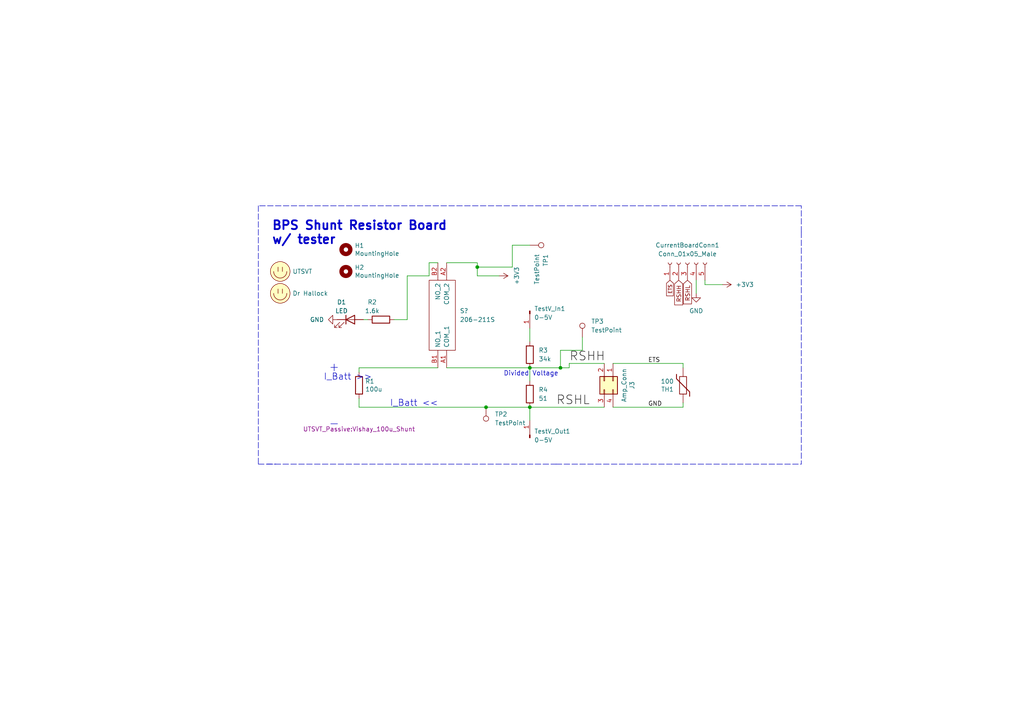
<source format=kicad_sch>
(kicad_sch (version 20211123) (generator eeschema)
  (paper "A4")
  (lib_symbols
    (symbol "Connector:Conn_01x01_Male" (pin_names (offset 1.016) hide)
      (property "Reference" "J" (at 0 2.54 0))
      (property "Value" "Conn_01x01_Male" (at 0 -2.54 0))
      (symbol "Conn_01x01_Male_1_1"
        (polyline (pts (xy 1.27 0) (xy 0.8636 0)) (stroke (width 0.1524)))
        (rectangle (start 0.8636 0.127) (end 0 -0.127) (stroke (width 0.1524)) (fill (type outline)))
        (pin passive line (at 5.08 0 180) (length 3.81) (name "Pin_1") (number "1"))
      )
    )
    (symbol "Connector:Conn_01x05_Female" (pin_names (offset 1.016) hide)
      (property "Reference" "J" (at 0 7.62 0))
      (property "Value" "Conn_01x05_Female" (at 0 -7.62 0))
      (symbol "Conn_01x05_Female_1_1"
        (arc (start 0 -4.572) (mid -0.508 -5.08) (end 0 -5.588) (stroke (width 0.1524)))
        (arc (start 0 -2.032) (mid -0.508 -2.54) (end 0 -3.048) (stroke (width 0.1524)))
        (polyline (pts (xy -1.27 -5.08) (xy -0.508 -5.08)) (stroke (width 0.1524)))
        (polyline (pts (xy -1.27 -2.54) (xy -0.508 -2.54)) (stroke (width 0.1524)))
        (polyline (pts (xy -1.27 0) (xy -0.508 0)) (stroke (width 0.1524)))
        (polyline (pts (xy -1.27 2.54) (xy -0.508 2.54)) (stroke (width 0.1524)))
        (polyline (pts (xy -1.27 5.08) (xy -0.508 5.08)) (stroke (width 0.1524)))
        (arc (start 0 0.508) (mid -0.508 0) (end 0 -0.508) (stroke (width 0.1524)))
        (arc (start 0 3.048) (mid -0.508 2.54) (end 0 2.032) (stroke (width 0.1524)))
        (arc (start 0 5.588) (mid -0.508 5.08) (end 0 4.572) (stroke (width 0.1524)))
        (pin passive line (at -5.08 5.08 0) (length 3.81) (name "Pin_1") (number "1"))
        (pin passive line (at -5.08 2.54 0) (length 3.81) (name "Pin_2") (number "2"))
        (pin passive line (at -5.08 0 0) (length 3.81) (name "Pin_3") (number "3"))
        (pin passive line (at -5.08 -2.54 0) (length 3.81) (name "Pin_4") (number "4"))
        (pin passive line (at -5.08 -5.08 0) (length 3.81) (name "Pin_5") (number "5"))
      )
    )
    (symbol "Connector:TestPoint" (pin_numbers hide) (pin_names (offset 0.762) hide)
      (property "Reference" "TP" (at 0 6.858 0))
      (property "Value" "TestPoint" (at 0 5.08 0))
      (symbol "TestPoint_0_1"
        (circle (center 0 3.302) (radius 0.762))
      )
      (symbol "TestPoint_1_1"
        (pin passive line (at 0 0 90) (length 2.54) (name "1") (number "1"))
      )
    )
    (symbol "Connector_Generic:Conn_02x02_Counter_Clockwise" (pin_names (offset 1.016) hide)
      (property "Reference" "J" (at 1.27 2.54 0))
      (property "Value" "Conn_02x02_Counter_Clockwise" (at 1.27 -5.08 0))
      (symbol "Conn_02x02_Counter_Clockwise_1_1"
        (rectangle (start -1.27 -2.413) (end 0 -2.667) (stroke (width 0.1524)))
        (rectangle (start -1.27 0.127) (end 0 -0.127) (stroke (width 0.1524)))
        (rectangle (start -1.27 1.27) (end 3.81 -3.81) (stroke (width 0.254)) (fill (type background)))
        (rectangle (start 3.81 -2.413) (end 2.54 -2.667) (stroke (width 0.1524)))
        (rectangle (start 3.81 0.127) (end 2.54 -0.127) (stroke (width 0.1524)))
        (pin passive line (at -5.08 0 0) (length 3.81) (name "Pin_1") (number "1"))
        (pin passive line (at -5.08 -2.54 0) (length 3.81) (name "Pin_2") (number "2"))
        (pin passive line (at 7.62 -2.54 180) (length 3.81) (name "Pin_3") (number "3"))
        (pin passive line (at 7.62 0 180) (length 3.81) (name "Pin_4") (number "4"))
      )
    )
    (symbol "Device:LED" (pin_numbers hide) (pin_names (offset 1.016) hide)
      (property "Reference" "D" (at 0 2.54 0))
      (property "Value" "LED" (at 0 -2.54 0))
      (symbol "LED_0_1"
        (polyline (pts (xy -1.27 -1.27) (xy -1.27 1.27)) (stroke (width 0.254)))
        (polyline (pts (xy -1.27 0) (xy 1.27 0)))
        (polyline (pts (xy 1.27 -1.27) (xy 1.27 1.27) (xy -1.27 0) (xy 1.27 -1.27)) (stroke (width 0.254)))
        (polyline (pts (xy -3.048 -0.762) (xy -4.572 -2.286) (xy -3.81 -2.286) (xy -4.572 -2.286) (xy -4.572 -1.524)))
        (polyline (pts (xy -1.778 -0.762) (xy -3.302 -2.286) (xy -2.54 -2.286) (xy -3.302 -2.286) (xy -3.302 -1.524)))
      )
      (symbol "LED_1_1"
        (pin passive line (at -3.81 0 0) (length 2.54) (name "K") (number "1"))
        (pin passive line (at 3.81 0 180) (length 2.54) (name "A") (number "2"))
      )
    )
    (symbol "Device:R" (pin_numbers hide) (pin_names (offset 0))
      (property "Reference" "R" (at 2.032 0 90))
      (property "Value" "R" (at 0 0 90))
      (symbol "R_0_1"
        (rectangle (start -1.016 -2.54) (end 1.016 2.54) (stroke (width 0.254)))
      )
      (symbol "R_1_1"
        (pin passive line (at 0 3.81 270) (length 1.27) (name "~") (number "1"))
        (pin passive line (at 0 -3.81 90) (length 1.27) (name "~") (number "2"))
      )
    )
    (symbol "Device:Thermistor" (pin_numbers hide) (pin_names (offset 0))
      (property "Reference" "TH" (at 2.54 1.27 90))
      (property "Value" "Thermistor" (at -2.54 0 90))
      (symbol "Thermistor_0_1"
        (rectangle (start -1.016 2.54) (end 1.016 -2.54) (stroke (width 0.2032)))
        (polyline (pts (xy -1.905 3.175) (xy -1.905 1.905) (xy 1.905 -1.905) (xy 1.905 -3.175) (xy 1.905 -3.175)) (stroke (width 0.254)))
      )
      (symbol "Thermistor_1_1"
        (pin passive line (at 0 5.08 270) (length 2.54) (name "~") (number "1"))
        (pin passive line (at 0 -5.08 90) (length 2.54) (name "~") (number "2"))
      )
    )
    (symbol "Mechanical:MountingHole" (pin_names (offset 1.016))
      (property "Reference" "H" (at 0 5.08 0))
      (property "Value" "MountingHole" (at 0 3.175 0))
      (symbol "MountingHole_0_1"
        (circle (center 0 0) (radius 1.27) (stroke (width 1.27)))
      )
    )
    (symbol "custom_reqs:206-211S" (pin_names (offset 0.762))
      (property "Reference" "S" (at 26.67 7.62 0))
      (property "Value" "206-211S" (at 26.67 5.08 0))
      (symbol "206-211S_0_0"
        (pin passive line (at 0 -2.54 0) (length 5.08) (name "COM_1") (number "A1"))
        (pin passive line (at 30.48 -2.54 180) (length 5.08) (name "COM_2") (number "A2"))
        (pin passive line (at 0 0 0) (length 5.08) (name "NO_1") (number "B1"))
        (pin passive line (at 30.48 0 180) (length 5.08) (name "NO_2") (number "B2"))
      )
      (symbol "206-211S_0_1"
        (polyline (pts (xy 5.08 2.54) (xy 25.4 2.54) (xy 25.4 -5.08) (xy 5.08 -5.08) (xy 5.08 2.54)) (stroke (width 0.1524)))
      )
    )
    (symbol "power:+3V3" (power) (pin_names (offset 0))
      (property "Value" "+3V3" (at 0 3.556 0))
      (symbol "+3V3_0_1"
        (polyline (pts (xy -0.762 1.27) (xy 0 2.54)))
        (polyline (pts (xy 0 0) (xy 0 2.54)))
        (polyline (pts (xy 0 2.54) (xy 0.762 1.27)))
      )
      (symbol "+3V3_1_1"
        (pin power_in line (at 0 0 90) (length 0) hide (name "+3V3") (number "1"))
      )
    )
    (symbol "power:GND" (power) (pin_names (offset 0))
      (property "Value" "GND" (at 0 -3.81 0))
      (symbol "GND_0_1"
        (polyline (pts (xy 0 0) (xy 0 -1.27) (xy 1.27 -1.27) (xy 0 -2.54) (xy -1.27 -1.27) (xy 0 -1.27)))
      )
      (symbol "GND_1_1"
        (pin power_in line (at 0 0 270) (length 0) hide (name "GND") (number "1"))
      )
    )
    (symbol "utsvt-misc:Logo_Placeholder" (pin_names (offset 1.016))
      (property "Value" "Logo_Placeholder" (at 0 3.81 0))
      (symbol "Logo_Placeholder_0_1"
        (arc (start -1.905 0) (mid 0 -1.905) (end 1.905 0))
        (polyline (pts (xy -0.635 1.27) (xy -0.635 0)))
        (polyline (pts (xy 0.635 1.27) (xy 0.635 0)))
        (circle (center 0 0) (radius 2.8448) (fill (type background)))
      )
    )
  )
  (junction (at 140.97 118.11))
  (junction (at 162.56 106.68))
  (junction (at 138.43 77.47))
  (junction (at 153.67 106.68))
  (junction (at 153.67 118.11))
  (wire (pts (xy 129.54 76.2) (xy 138.43 76.2)))
  (wire (pts (xy 204.47 82.55) (xy 209.55 82.55)))
  (wire (pts (xy 177.8 105.41) (xy 198.12 105.41)))
  (wire (pts (xy 118.11 92.71) (xy 118.11 80.01)))
  (wire (pts (xy 198.12 105.41) (xy 198.12 106.68)))
  (wire (pts (xy 118.11 80.01) (xy 124.46 80.01)))
  (polyline (pts (xy 74.93 59.69) (xy 74.93 134.62)))
  (wire (pts (xy 201.93 85.09) (xy 201.93 81.28)))
  (wire (pts (xy 153.67 106.68) (xy 162.56 106.68)))
  (wire (pts (xy 140.97 118.11) (xy 153.67 118.11)))
  (wire (pts (xy 104.14 106.68) (xy 127 106.68)))
  (polyline (pts (xy 77.47 134.62) (xy 161.29 134.62)))
  (wire (pts (xy 204.47 81.28) (xy 204.47 82.55)))
  (wire (pts (xy 198.12 118.11) (xy 198.12 116.84)))
  (wire (pts (xy 162.56 101.6) (xy 162.56 106.68)))
  (wire (pts (xy 104.14 106.68) (xy 104.14 107.95)))
  (wire (pts (xy 153.67 95.25) (xy 153.67 99.06)))
  (wire (pts (xy 124.46 76.2) (xy 127 76.2)))
  (wire (pts (xy 153.67 118.11) (xy 175.26 118.11)))
  (polyline (pts (xy 232.41 67.31) (xy 232.41 59.69)))
  (wire (pts (xy 129.54 106.68) (xy 153.67 106.68)))
  (polyline (pts (xy 232.41 67.31) (xy 232.41 134.62)))
  (wire (pts (xy 148.59 71.12) (xy 148.59 77.47)))
  (wire (pts (xy 153.67 118.11) (xy 153.67 121.92)))
  (wire (pts (xy 148.59 77.47) (xy 138.43 77.47)))
  (wire (pts (xy 124.46 80.01) (xy 124.46 76.2)))
  (wire (pts (xy 177.8 118.11) (xy 198.12 118.11)))
  (wire (pts (xy 138.43 77.47) (xy 138.43 80.01)))
  (polyline (pts (xy 74.93 134.62) (xy 80.01 134.62)))
  (wire (pts (xy 144.78 80.01) (xy 138.43 80.01)))
  (polyline (pts (xy 161.29 134.62) (xy 232.41 134.62)))
  (wire (pts (xy 165.1 106.68) (xy 165.1 105.41)))
  (wire (pts (xy 153.67 71.12) (xy 148.59 71.12)))
  (wire (pts (xy 168.91 101.6) (xy 162.56 101.6)))
  (wire (pts (xy 114.3 92.71) (xy 118.11 92.71)))
  (wire (pts (xy 104.14 118.11) (xy 140.97 118.11)))
  (wire (pts (xy 175.26 105.41) (xy 165.1 105.41)))
  (polyline (pts (xy 232.41 59.69) (xy 74.93 59.69)))
  (wire (pts (xy 104.14 115.57) (xy 104.14 118.11)))
  (wire (pts (xy 138.43 76.2) (xy 138.43 77.47)))
  (wire (pts (xy 105.41 92.71) (xy 106.68 92.71)))
  (wire (pts (xy 153.67 106.68) (xy 153.67 110.49)))
  (wire (pts (xy 168.91 97.79) (xy 168.91 101.6)))
  (wire (pts (xy 162.56 106.68) (xy 165.1 106.68)))
  (text "I_Batt <<" (at 113.03 118.11 0) (effects (font (size 1.85 1.85)) (justify left bottom)))
  (text "Divided Voltage" (at 146.05 109.22 0) (effects (font (size 1.35 1.35)) (justify left bottom)))
  (text "+\n\n\n\n-" (at 95.25 124.46 0) (effects (font (size 2.54 2.54)) (justify left bottom)))
  (text "BPS Shunt Resistor Board\nw/ tester" (at 78.74 71.12 0) (effects (font (size 2.54 2.54) (thickness 0.508) bold) (justify left bottom)))
  (text "I_Batt >>" (at 107.95 110.49 180) (effects (font (size 1.85 1.85)) (justify right bottom)))
  (label "GND" (at 187.96 118.11 0))
  (label "RSHL" (at 161.29 118.11 0) (effects (font (size 2.54 2.54))))
  (label "ETS" (at 187.96 105.41 0))
  (label "RSHH" (at 165.1 105.41 0) (effects (font (size 2.54 2.54))))
  (global_label "RSHL" (shape input) (at 199.39 81.28 270) (effects (font (size 1.2 1.2))) (property "Intersheet References" "${INTERSHEET_REFS}" (effects hide)))
  (global_label "ETS" (shape input) (at 194.31 81.28 270) (effects (font (size 1 1))) (property "Intersheet References" "${INTERSHEET_REFS}" (effects hide)))
  (global_label "RSHH" (shape input) (at 196.85 81.28 270) (effects (font (size 1.2 1.2))) (property "Intersheet References" "${INTERSHEET_REFS}" (effects hide)))
  (symbol (lib_id "utsvt-misc:Logo_Placeholder") (at 81.28 78.74 0) (unit 1)
    (property "Reference" "LOGO1" (effects hide))
    (property "Value" "UTSVT" (at 84.836 78.74 0) (effects (justify left)))
    (property "Footprint" "UTSVT_Special:UTSVT_Logo_Symbol" (effects hide))
  )
  (symbol (lib_id "utsvt-misc:Logo_Placeholder") (at 81.28 85.09 0) (unit 1)
    (property "Reference" "LOGO2" (effects hide))
    (property "Value" "Dr Hallock" (at 84.836 85.09 0) (effects (justify left)))
    (property "Footprint" "UTSVT_Special:Hallock_Image_Tiny" (effects hide))
  )
  (symbol (lib_id "Device:R") (at 104.14 111.76 0) (unit 1)
    (property "Reference" "R1" (at 105.918 110.5916 0) (effects (justify left)))
    (property "Value" "100u" (at 105.918 112.903 0) (effects (justify left)))
    (property "Footprint" "UTSVT_Passive:Vishay_100u_Shunt" (at 104.14 124.46 0))
  )
  (symbol (lib_id "Mechanical:MountingHole") (at 100.33 72.39 0) (unit 1)
    (property "Reference" "H1" (at 102.87 71.2216 0) (effects (justify left)))
    (property "Value" "MountingHole" (at 102.87 73.533 0) (effects (justify left)))
    (property "Footprint" "MountingHole:MountingHole_2.7mm_M2.5" (effects hide))
  )
  (symbol (lib_id "Mechanical:MountingHole") (at 100.33 78.74 0) (unit 1)
    (property "Reference" "H2" (at 102.87 77.5716 0) (effects (justify left)))
    (property "Value" "MountingHole" (at 102.87 79.883 0) (effects (justify left)))
    (property "Footprint" "MountingHole:MountingHole_2.7mm_M2.5" (effects hide))
  )
  (symbol (lib_id "Connector_Generic:Conn_02x02_Counter_Clockwise") (at 177.8 110.49 270) (unit 1)
    (property "Reference" "J3" (at 183.3118 111.76 0))
    (property "Value" "Amp_Conn" (at 181.0004 111.76 0))
    (property "Footprint" "UTSVT_Connectors:Power_Metal_Strip_Battery_Shunt_Resistor_4_Pin_Connector" (effects hide))
  )
  (symbol (lib_id "Connector:Conn_01x01_Male") (at 153.67 127 90) (unit 1)
    (property "Reference" "TestV_Out1" (at 154.94 125.0949 90) (effects (justify right)))
    (property "Value" "0-5V" (at 154.94 127.6349 90) (effects (justify right)))
    (property "Footprint" "Connector_PinHeader_2.54mm:PinHeader_1x01_P2.54mm_Vertical" (effects hide))
  )
  (symbol (lib_id "custom_reqs:206-211S") (at 127 106.68 90) (unit 1)
    (property "Reference" "S?" (at 133.35 90.1699 90) (effects (justify right)))
    (property "Value" "206-211S" (at 133.35 92.7099 90) (effects (justify right)))
    (property "Footprint" "custom footprints:206211S" (effects hide))
    (property "Datasheet" "https://www.ctscorp.com/wp-content/uploads/206.pdf" (effects hide))
    (property "Description" "DIP Switches/SIP Switches 1 switch section DPDT" (effects hide))
    (property "Height" "8.74" (effects hide))
    (property "Mouser Part Number" "774-206211S" (effects hide))
    (property "Mouser Price/Stock" "https://www.mouser.co.uk/ProductDetail/CTS-Electronic-Components/206-211S?qs=hDoPxpGr7leoGO5gMTzo1Q%3D%3D" (effects hide))
    (property "Manufacturer_Name" "CTS" (effects hide))
    (property "Manufacturer_Part_Number" "206-211S" (effects hide))
  )
  (symbol (lib_id "Device:LED") (at 101.6 92.71 0) (unit 1)
    (property "Reference" "D1" (at 99.06 87.63 0))
    (property "Value" "LED" (at 99.06 90.17 0))
    (property "Footprint" "LED_SMD:LED_0805_2012Metric" (effects hide))
    (property "Datasheet" "https://www.mouser.com/ProductDetail/604-APTD2012LCGCK" (effects hide))
  )
  (symbol (lib_id "Device:R") (at 110.49 92.71 90) (unit 1)
    (property "Reference" "R2" (at 107.95 87.63 90))
    (property "Value" "1.6k" (at 107.95 90.17 90))
    (property "Footprint" "Resistor_SMD:R_0805_2012Metric" (effects hide))
  )
  (symbol (lib_id "Connector:Conn_01x05_Female") (at 199.39 76.2 90) (unit 1)
    (property "Reference" "CurrentBoardConn1" (at 199.39 71.12 90))
    (property "Value" "Conn_01x05_Male" (at 199.39 73.66 90))
    (property "Footprint" "Connector_PinHeader_2.54mm:PinHeader_1x05_P2.54mm_Vertical" (effects hide))
    (property "Datasheet" "generic fella" (effects hide))
  )
  (symbol (lib_id "power:GND") (at 201.93 85.09 0) (unit 1)
    (property "Reference" "#PWR03" (effects hide))
    (property "Value" "GND" (at 201.93 90.17 0))
  )
  (symbol (lib_id "Connector:TestPoint") (at 168.91 97.79 0) (unit 1)
    (property "Reference" "TP3" (at 171.45 93.2179 0) (effects (justify left)))
    (property "Value" "TestPoint" (at 171.45 95.7579 0) (effects (justify left)))
    (property "Footprint" "TestPoint:TestPoint_Keystone_5005-5009_Compact" (effects hide))
  )
  (symbol (lib_id "Connector:Conn_01x01_Male") (at 153.67 90.17 270) (unit 1)
    (property "Reference" "TestV_In1" (at 154.94 89.5349 90) (effects (justify left)))
    (property "Value" "0-5V" (at 154.94 92.0749 90) (effects (justify left)))
    (property "Footprint" "Connector_PinHeader_2.54mm:PinHeader_1x01_P2.54mm_Vertical" (effects hide))
  )
  (symbol (lib_id "power:+3V3") (at 209.55 82.55 270) (unit 1)
    (property "Reference" "#PWR04" (effects hide))
    (property "Value" "+3V3" (at 213.36 82.5499 90) (effects (justify left)))
  )
  (symbol (lib_id "Connector:TestPoint") (at 153.67 71.12 270) (unit 1)
    (property "Reference" "TP1" (at 158.2421 73.66 0) (effects (justify left)))
    (property "Value" "TestPoint" (at 155.7021 73.66 0) (effects (justify left)))
    (property "Footprint" "TestPoint:TestPoint_Keystone_5005-5009_Compact" (effects hide))
  )
  (symbol (lib_id "Connector:TestPoint") (at 140.97 118.11 180) (unit 1)
    (property "Reference" "TP2" (at 143.51 120.1419 0) (effects (justify right)))
    (property "Value" "TestPoint" (at 143.51 122.6819 0) (effects (justify right)))
    (property "Footprint" "TestPoint:TestPoint_Keystone_5005-5009_Compact" (effects hide))
  )
  (symbol (lib_id "Device:R") (at 153.67 102.87 0) (unit 1)
    (property "Reference" "R3" (at 156.21 101.5999 0) (effects (justify left)))
    (property "Value" "34k" (at 156.21 104.1399 0) (effects (justify left)))
    (property "Footprint" "Resistor_SMD:R_0805_2012Metric" (effects hide))
  )
  (symbol (lib_id "Device:Thermistor") (at 198.12 111.76 180) (unit 1)
    (property "Reference" "TH1" (at 195.453 112.9284 0) (effects (justify left)))
    (property "Value" "100" (at 195.453 110.617 0) (effects (justify left)))
    (property "Footprint" "Resistor_SMD:R_0805_2012Metric" (effects hide))
  )
  (symbol (lib_id "power:GND") (at 97.79 92.71 270) (unit 1)
    (property "Reference" "#PWR01" (effects hide))
    (property "Value" "GND" (at 93.98 92.7099 90) (effects (justify right)))
  )
  (symbol (lib_id "power:+3V3") (at 144.78 80.01 270) (unit 1)
    (property "Reference" "#PWR02" (effects hide))
    (property "Value" "+3V3" (at 149.86 80.01 0))
  )
  (symbol (lib_id "Device:R") (at 153.67 114.3 0) (unit 1)
    (property "Reference" "R4" (at 156.21 113.0299 0) (effects (justify left)))
    (property "Value" "51" (at 156.21 115.5699 0) (effects (justify left)))
    (property "Footprint" "Resistor_SMD:R_0805_2012Metric" (effects hide))
  )
)
</source>
